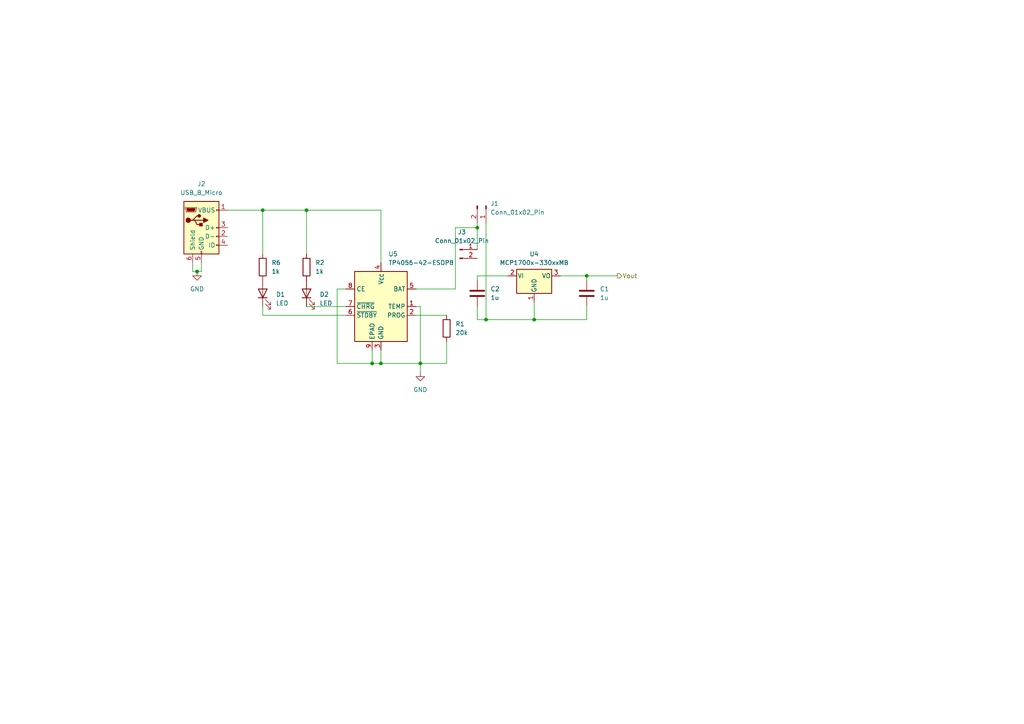
<source format=kicad_sch>
(kicad_sch (version 20250114) (generator "eeschema") (generator_version "9.0")
  (paper "A4")
  (lib_symbols
    (symbol "Battery_Management:TP4056-42-ESOP8"
      (property "Reference" "U" (at -6.604 11.684 0))
      (property "Value" "TP4056-42-ESOP8" (at 10.16 11.684 0))
      (symbol "TP4056-42-ESOP8_1_0"
        (pin input line (at -10.16 5.08 0) (length 2.54) (name "CE") (number "8"))
        (pin open_collector line (at -10.16 0 0) (length 2.54) (name "~{CHRG}") (number "7"))
        (pin open_collector line (at -10.16 -2.54 0) (length 2.54) (name "~{STDBY}") (number "6"))
        (pin passive line (at -2.54 -12.7 90) (length 2.54) (name "EPAD") (number "9"))
        (pin power_in line (at 0 12.7 270) (length 2.54) (name "V_{CC}") (number "4"))
        (pin power_in line (at 0 -12.7 90) (length 2.54) (name "GND") (number "3"))
        (pin power_out line (at 10.16 5.08 180) (length 2.54) (name "BAT") (number "5"))
        (pin input line (at 10.16 0 180) (length 2.54) (name "TEMP") (number "1"))
        (pin passive line (at 10.16 -2.54 180) (length 2.54) (name "PROG") (number "2"))
      )
      (symbol "TP4056-42-ESOP8_1_1"
        (rectangle (start -7.62 10.16) (end 7.62 -10.16) (stroke (width 0.254)) (fill (type background)))
      )
    )
    (symbol "Connector:Conn_01x02_Pin" (pin_names (offset 1.016) (hide yes))
      (property "Reference" "J" (at 0 2.54 0))
      (property "Value" "Conn_01x02_Pin" (at 0 -5.08 0))
      (symbol "Conn_01x02_Pin_1_1"
        (rectangle (start 0.8636 0.127) (end 0 -0.127) (stroke (width 0.1524)) (fill (type outline)))
        (rectangle (start 0.8636 -2.413) (end 0 -2.667) (stroke (width 0.1524)) (fill (type outline)))
        (polyline (pts (xy 1.27 0) (xy 0.8636 0)) (stroke (width 0.1524)))
        (polyline (pts (xy 1.27 -2.54) (xy 0.8636 -2.54)) (stroke (width 0.1524)))
        (pin passive line (at 5.08 0 180) (length 3.81) (name "Pin_1") (number "1"))
        (pin passive line (at 5.08 -2.54 180) (length 3.81) (name "Pin_2") (number "2"))
      )
    )
    (symbol "Connector:USB_B_Micro" (pin_names (offset 1.016))
      (property "Reference" "J" (at -5.08 11.43 0))
      (property "Value" "USB_B_Micro" (at -5.08 8.89 0))
      (symbol "USB_B_Micro_0_1"
        (rectangle (start -5.08 -7.62) (end 5.08 7.62) (stroke (width 0.254)) (fill (type background)))
        (polyline (pts (xy -4.699 5.842) (xy -4.699 5.588) (xy -4.445 4.826) (xy -4.445 4.572) (xy -1.651 4.572) (xy -1.651 4.826) (xy -1.397 5.588) (xy -1.397 5.842) (xy -4.699 5.842)))
        (polyline (pts (xy -4.318 5.588) (xy -1.778 5.588) (xy -2.032 4.826) (xy -4.064 4.826) (xy -4.318 5.588)) (fill (type outline)))
        (circle (center -3.81 2.159) (radius 0.635) (stroke (width 0.254)) (fill (type outline)))
        (polyline (pts (xy -3.175 2.159) (xy -2.54 2.159) (xy -1.27 3.429) (xy -0.635 3.429)) (stroke (width 0.254)))
        (polyline (pts (xy -2.54 2.159) (xy -1.905 2.159) (xy -1.27 0.889) (xy 0 0.889)) (stroke (width 0.254)))
        (polyline (pts (xy -1.905 2.159) (xy 0.635 2.159)) (stroke (width 0.254)))
        (circle (center -0.635 3.429) (radius 0.381) (stroke (width 0.254)) (fill (type outline)))
        (rectangle (start -0.127 -7.62) (end 0.127 -6.858))
        (rectangle (start 0.254 1.27) (end -0.508 0.508) (stroke (width 0.254)) (fill (type outline)))
        (polyline (pts (xy 0.635 2.794) (xy 0.635 1.524) (xy 1.905 2.159) (xy 0.635 2.794)) (stroke (width 0.254)) (fill (type outline)))
        (rectangle (start 5.08 4.953) (end 4.318 5.207))
        (rectangle (start 5.08 -0.127) (end 4.318 0.127))
        (rectangle (start 5.08 -2.667) (end 4.318 -2.413))
        (rectangle (start 5.08 -5.207) (end 4.318 -4.953))
      )
      (symbol "USB_B_Micro_1_1"
        (pin passive line (at -2.54 -10.16 90) (length 2.54) (name "Shield") (number "6"))
        (pin power_out line (at 0 -10.16 90) (length 2.54) (name "GND") (number "5"))
        (pin power_out line (at 7.62 5.08 180) (length 2.54) (name "VBUS") (number "1"))
        (pin bidirectional line (at 7.62 0 180) (length 2.54) (name "D+") (number "3"))
        (pin bidirectional line (at 7.62 -2.54 180) (length 2.54) (name "D-") (number "2"))
        (pin passive line (at 7.62 -5.08 180) (length 2.54) (name "ID") (number "4"))
      )
    )
    (symbol "Device:C" (pin_numbers (hide yes)) (pin_names (offset 0.254))
      (property "Reference" "C" (at 0.635 2.54 0))
      (property "Value" "C" (at 0.635 -2.54 0))
      (symbol "C_0_1"
        (polyline (pts (xy -2.032 0.762) (xy 2.032 0.762)) (stroke (width 0.508)))
        (polyline (pts (xy -2.032 -0.762) (xy 2.032 -0.762)) (stroke (width 0.508)))
      )
      (symbol "C_1_1"
        (pin passive line (at 0 3.81 270) (length 2.794) (name "~") (number "1"))
        (pin passive line (at 0 -3.81 90) (length 2.794) (name "~") (number "2"))
      )
    )
    (symbol "Device:LED" (pin_numbers (hide yes)) (pin_names (offset 1.016) (hide yes))
      (property "Reference" "D" (at 0 2.54 0))
      (property "Value" "LED" (at 0 -2.54 0))
      (symbol "LED_0_1"
        (polyline (pts (xy -3.048 -0.762) (xy -4.572 -2.286) (xy -3.81 -2.286) (xy -4.572 -2.286) (xy -4.572 -1.524)))
        (polyline (pts (xy -1.778 -0.762) (xy -3.302 -2.286) (xy -2.54 -2.286) (xy -3.302 -2.286) (xy -3.302 -1.524)))
        (polyline (pts (xy -1.27 0) (xy 1.27 0)))
        (polyline (pts (xy -1.27 -1.27) (xy -1.27 1.27)) (stroke (width 0.254)))
        (polyline (pts (xy 1.27 -1.27) (xy 1.27 1.27) (xy -1.27 0) (xy 1.27 -1.27)) (stroke (width 0.254)))
      )
      (symbol "LED_1_1"
        (pin passive line (at -3.81 0 0) (length 2.54) (name "K") (number "1"))
        (pin passive line (at 3.81 0 180) (length 2.54) (name "A") (number "2"))
      )
    )
    (symbol "Device:R" (pin_numbers (hide yes)) (pin_names (offset 0))
      (property "Reference" "R" (at 2.032 0 90))
      (property "Value" "R" (at 0 0 90))
      (symbol "R_0_1"
        (rectangle (start -1.016 -2.54) (end 1.016 2.54) (stroke (width 0.254)))
      )
      (symbol "R_1_1"
        (pin passive line (at 0 3.81 270) (length 1.27) (name "~") (number "1"))
        (pin passive line (at 0 -3.81 90) (length 1.27) (name "~") (number "2"))
      )
    )
    (symbol "Regulator_Linear:MCP1700x-330xxMB" (pin_names (offset 0.254))
      (property "Reference" "U" (at -3.81 3.175 0))
      (property "Value" "MCP1700x-330xxMB" (at 0 3.175 0))
      (symbol "MCP1700x-330xxMB_0_1"
        (rectangle (start -5.08 -5.08) (end 5.08 1.905) (stroke (width 0.254)) (fill (type background)))
      )
      (symbol "MCP1700x-330xxMB_1_1"
        (pin power_in line (at -7.62 0 0) (length 2.54) (name "VI") (number "2"))
        (pin power_in line (at 0 -7.62 90) (length 2.54) (name "GND") (number "1"))
        (pin power_out line (at 7.62 0 180) (length 2.54) (name "VO") (number "3"))
      )
    )
    (symbol "power:GND" (power) (pin_numbers (hide yes)) (pin_names (offset 0) (hide yes))
      (property "Value" "GND" (at 0 -3.81 0))
      (symbol "GND_0_1"
        (polyline (pts (xy 0 0) (xy 0 -1.27) (xy 1.27 -1.27) (xy 0 -2.54) (xy -1.27 -1.27) (xy 0 -1.27)))
      )
      (symbol "GND_1_1"
        (pin power_in line (at 0 0 270) (length 0) (name "~") (number "1"))
      )
    )
  )
  (junction (at 57.15 78.74))
  (junction (at 154.94 92.71))
  (junction (at 170.18 80.01))
  (junction (at 88.9 60.96))
  (junction (at 138.43 66.04))
  (junction (at 76.2 60.96))
  (junction (at 121.92 105.41))
  (junction (at 140.97 92.71))
  (junction (at 110.49 105.41))
  (junction (at 107.95 105.41))
  (wire (pts (xy 120.65 88.9) (xy 121.92 88.9)))
  (wire (pts (xy 129.54 105.41) (xy 121.92 105.41)))
  (wire (pts (xy 88.9 60.96) (xy 110.49 60.96)))
  (wire (pts (xy 138.43 81.28) (xy 138.43 80.01)))
  (wire (pts (xy 132.08 83.82) (xy 132.08 66.04)))
  (wire (pts (xy 121.92 107.95) (xy 121.92 105.41)))
  (wire (pts (xy 107.95 105.41) (xy 110.49 105.41)))
  (wire (pts (xy 170.18 92.71) (xy 170.18 88.9)))
  (wire (pts (xy 138.43 66.04) (xy 138.43 72.39)))
  (wire (pts (xy 138.43 92.71) (xy 140.97 92.71)))
  (wire (pts (xy 162.56 80.01) (xy 170.18 80.01)))
  (wire (pts (xy 76.2 88.9) (xy 76.2 91.44)))
  (wire (pts (xy 154.94 87.63) (xy 154.94 92.71)))
  (wire (pts (xy 140.97 92.71) (xy 154.94 92.71)))
  (wire (pts (xy 76.2 60.96) (xy 76.2 73.66)))
  (wire (pts (xy 138.43 64.77) (xy 138.43 66.04)))
  (wire (pts (xy 66.04 60.96) (xy 76.2 60.96)))
  (wire (pts (xy 100.33 83.82) (xy 97.79 83.82)))
  (wire (pts (xy 107.95 101.6) (xy 107.95 105.41)))
  (wire (pts (xy 170.18 80.01) (xy 170.18 81.28)))
  (wire (pts (xy 58.42 78.74) (xy 58.42 76.2)))
  (wire (pts (xy 120.65 83.82) (xy 132.08 83.82)))
  (wire (pts (xy 57.15 78.74) (xy 58.42 78.74)))
  (wire (pts (xy 121.92 105.41) (xy 110.49 105.41)))
  (wire (pts (xy 76.2 60.96) (xy 88.9 60.96)))
  (wire (pts (xy 110.49 60.96) (xy 110.49 76.2)))
  (wire (pts (xy 88.9 60.96) (xy 88.9 73.66)))
  (wire (pts (xy 97.79 83.82) (xy 97.79 105.41)))
  (wire (pts (xy 76.2 91.44) (xy 100.33 91.44)))
  (wire (pts (xy 138.43 88.9) (xy 138.43 92.71)))
  (wire (pts (xy 88.9 88.9) (xy 100.33 88.9)))
  (wire (pts (xy 55.88 76.2) (xy 55.88 78.74)))
  (wire (pts (xy 138.43 80.01) (xy 147.32 80.01)))
  (wire (pts (xy 154.94 92.71) (xy 170.18 92.71)))
  (wire (pts (xy 97.79 105.41) (xy 107.95 105.41)))
  (wire (pts (xy 120.65 91.44) (xy 129.54 91.44)))
  (wire (pts (xy 140.97 64.77) (xy 140.97 92.71)))
  (wire (pts (xy 129.54 99.06) (xy 129.54 105.41)))
  (wire (pts (xy 110.49 105.41) (xy 110.49 101.6)))
  (wire (pts (xy 170.18 80.01) (xy 179.07 80.01)))
  (wire (pts (xy 121.92 88.9) (xy 121.92 105.41)))
  (wire (pts (xy 55.88 78.74) (xy 57.15 78.74)))
  (wire (pts (xy 132.08 66.04) (xy 138.43 66.04)))
  (hierarchical_label "Vout" (shape output) (at 179.07 80.01 0))
  (symbol (lib_id "Device:R") (at 76.2 77.47 180) (unit 1)
    (property "Reference" "R6" (at 78.74 76.1999 0) (effects (justify right)))
    (property "Value" "1k" (at 78.74 78.7399 0) (effects (justify right)))
    (property "Footprint" "Resistor_SMD:R_0603_1608Metric_Pad0.98x0.95mm_HandSolder" (effects (hide yes)))
    (property "Description" "Resistor" (effects (hide yes)))
  )
  (symbol (lib_id "power:GND") (at 57.15 78.74 0) (unit 1)
    (property "Reference" "#PWR016" (effects (hide yes)))
    (property "Value" "GND" (at 57.15 83.82 0))
    (property "Description" "Power symbol creates a global label with name \"GND\" , ground" (effects (hide yes)))
  )
  (symbol (lib_id "Connector:Conn_01x02_Pin") (at 133.35 72.39 0) (unit 1)
    (property "Reference" "J3" (at 133.985 67.31 0))
    (property "Value" "Conn_01x02_Pin" (at 133.985 69.85 0))
    (property "Footprint" "Connector_PinHeader_1.00mm:PinHeader_1x02_P1.00mm_Vertical" (effects (hide yes)))
    (property "Description" "Generic connector, single row, 01x02, script generated" (effects (hide yes)))
  )
  (symbol (lib_id "Battery_Management:TP4056-42-ESOP8") (at 110.49 88.9 0) (unit 1)
    (property "Reference" "U5" (at 112.6333 73.66 0) (effects (justify left)))
    (property "Value" "TP4056-42-ESOP8" (at 112.6333 76.2 0) (effects (justify left)))
    (property "Footprint" "Package_SO:SOIC-8-1EP_3.9x4.9mm_P1.27mm_EP2.41x3.3mm_ThermalVias" (effects (hide yes)))
    (property "Datasheet" "https://www.lcsc.com/datasheet/lcsc_datasheet_2410121619_TOPPOWER-Nanjing-Extension-Microelectronics-TP4056-42-ESOP8_C16581.pdf" (effects (hide yes)))
    (property "Description" "1A Standalone Linear Li-ion/LiPo single-cell battery charger, 4.2V ±1% charge voltage, VCC = 4.0..8.0V, SOIC-8 (SOP-8)" (effects (hide yes)))
  )
  (symbol (lib_id "Regulator_Linear:MCP1700x-330xxMB") (at 154.94 80.01 0) (unit 1)
    (property "Reference" "U4" (at 154.94 73.66 0))
    (property "Value" "MCP1700x-330xxMB" (at 154.94 76.2 0))
    (property "Footprint" "Package_TO_SOT_SMD:SOT-89-3" (effects (hide yes)))
    (property "Datasheet" "http://ww1.microchip.com/downloads/en/DeviceDoc/20001826D.pdf" (effects (hide yes)))
    (property "Description" "250mA Low Quiscent Current LDO, 3.3V output, SOT-89" (effects (hide yes)))
  )
  (symbol (lib_id "Device:C") (at 170.18 85.09 0) (unit 1)
    (property "Reference" "C1" (at 173.99 83.8199 0) (effects (justify left)))
    (property "Value" "1u" (at 173.99 86.3599 0) (effects (justify left)))
    (property "Footprint" "Capacitor_SMD:C_0603_1608Metric_Pad1.08x0.95mm_HandSolder" (effects (hide yes)))
    (property "Description" "Unpolarized capacitor" (effects (hide yes)))
  )
  (symbol (lib_id "Device:C") (at 138.43 85.09 0) (unit 1)
    (property "Reference" "C2" (at 142.24 83.8199 0) (effects (justify left)))
    (property "Value" "1u" (at 142.24 86.3599 0) (effects (justify left)))
    (property "Footprint" "Capacitor_SMD:C_0603_1608Metric_Pad1.08x0.95mm_HandSolder" (effects (hide yes)))
    (property "Description" "Unpolarized capacitor" (effects (hide yes)))
  )
  (symbol (lib_id "Device:LED") (at 88.9 85.09 90) (unit 1)
    (property "Reference" "D2" (at 92.71 85.4074 90) (effects (justify right)))
    (property "Value" "LED" (at 92.71 87.9474 90) (effects (justify right)))
    (property "Footprint" "LED_SMD:LED_1206_3216Metric_Pad1.42x1.75mm_HandSolder" (effects (hide yes)))
    (property "Description" "Light emitting diode" (effects (hide yes)))
    (property "Sim.Pins" "1=K 2=A" (effects (hide yes)))
  )
  (symbol (lib_id "Device:LED") (at 76.2 85.09 90) (unit 1)
    (property "Reference" "D1" (at 80.01 85.4074 90) (effects (justify right)))
    (property "Value" "LED" (at 80.01 87.9474 90) (effects (justify right)))
    (property "Footprint" "LED_SMD:LED_1206_3216Metric_Pad1.42x1.75mm_HandSolder" (effects (hide yes)))
    (property "Description" "Light emitting diode" (effects (hide yes)))
    (property "Sim.Pins" "1=K 2=A" (effects (hide yes)))
  )
  (symbol (lib_id "Device:R") (at 88.9 77.47 180) (unit 1)
    (property "Reference" "R2" (at 91.44 76.1999 0) (effects (justify right)))
    (property "Value" "1k" (at 91.44 78.7399 0) (effects (justify right)))
    (property "Footprint" "Resistor_SMD:R_0603_1608Metric_Pad0.98x0.95mm_HandSolder" (effects (hide yes)))
    (property "Description" "Resistor" (effects (hide yes)))
  )
  (symbol (lib_id "Connector:USB_B_Micro") (at 58.42 66.04 0) (unit 1)
    (property "Reference" "J2" (at 58.42 53.34 0))
    (property "Value" "USB_B_Micro" (at 58.42 55.88 0))
    (property "Footprint" "Connector_USB:USB_Micro-B_Amphenol_10103594-0001LF_Horizontal" (effects (hide yes)))
    (property "Description" "USB Micro Type B connector" (effects (hide yes)))
  )
  (symbol (lib_id "power:GND") (at 121.92 107.95 0) (unit 1)
    (property "Reference" "#PWR015" (effects (hide yes)))
    (property "Value" "GND" (at 121.92 113.03 0))
    (property "Description" "Power symbol creates a global label with name \"GND\" , ground" (effects (hide yes)))
  )
  (symbol (lib_id "Connector:Conn_01x02_Pin") (at 140.97 59.69 270) (unit 1)
    (property "Reference" "J1" (at 142.24 59.0549 90) (effects (justify left)))
    (property "Value" "Conn_01x02_Pin" (at 142.24 61.5949 90) (effects (justify left)))
    (property "Footprint" "Connector_PinHeader_1.00mm:PinHeader_1x02_P1.00mm_Vertical" (effects (hide yes)))
    (property "Description" "Generic connector, single row, 01x02, script generated" (effects (hide yes)))
  )
  (symbol (lib_id "Device:R") (at 129.54 95.25 0) (unit 1)
    (property "Reference" "R1" (at 132.08 93.9799 0) (effects (justify left)))
    (property "Value" "20k" (at 132.08 96.5199 0) (effects (justify left)))
    (property "Footprint" "Resistor_SMD:R_0603_1608Metric_Pad0.98x0.95mm_HandSolder" (effects (hide yes)))
    (property "Description" "Resistor" (effects (hide yes)))
  )
)
</source>
